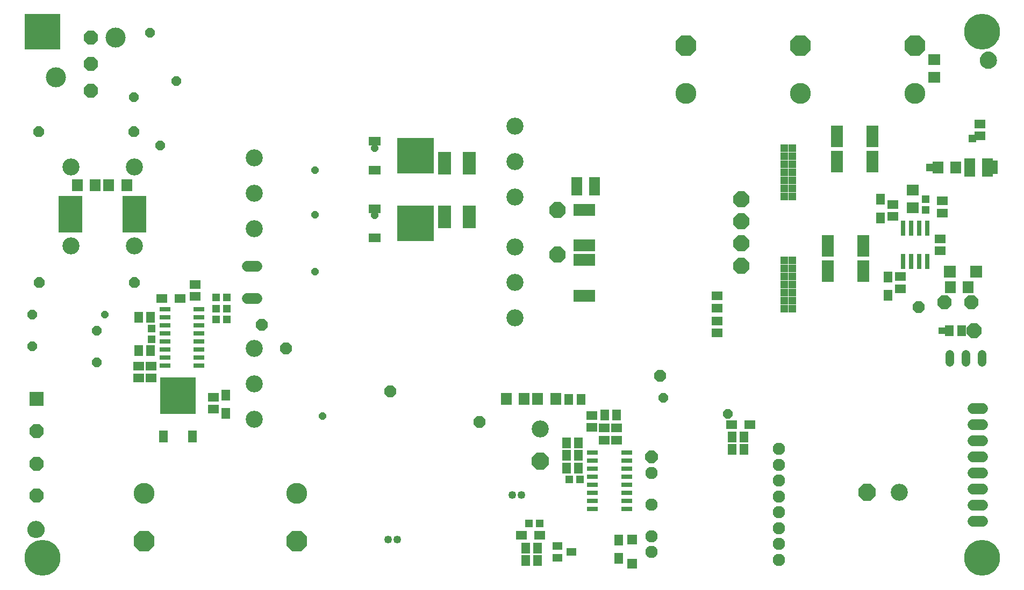
<source format=gbs>
G75*
%MOIN*%
%OFA0B0*%
%FSLAX25Y25*%
%IPPOS*%
%LPD*%
%AMOC8*
5,1,8,0,0,1.08239X$1,22.5*
%
%ADD10C,0.10600*%
%ADD11OC8,0.06600*%
%ADD12R,0.06899X0.07698*%
%ADD13OC8,0.08868*%
%ADD14C,0.12411*%
%ADD15OC8,0.06000*%
%ADD16R,0.14961X0.22835*%
%ADD17R,0.08868X0.08868*%
%ADD18C,0.00500*%
%ADD19R,0.04537X0.04931*%
%ADD20R,0.22254X0.23041*%
%ADD21R,0.05718X0.07293*%
%ADD22R,0.06506X0.05718*%
%ADD23R,0.05324X0.06506*%
%ADD24C,0.06600*%
%ADD25R,0.13198X0.07687*%
%ADD26R,0.23041X0.22254*%
%ADD27R,0.07293X0.05718*%
%ADD28R,0.06700X0.03000*%
%ADD29R,0.05718X0.06506*%
%ADD30R,0.04931X0.04537*%
%ADD31R,0.08080X0.13986*%
%ADD32R,0.07687X0.13198*%
%ADD33R,0.07687X0.06899*%
%ADD34R,0.06899X0.11230*%
%ADD35C,0.12962*%
%ADD36OC8,0.12962*%
%ADD37OC8,0.09200*%
%ADD38R,0.04143X0.04143*%
%ADD39OC8,0.07096*%
%ADD40R,0.06506X0.05324*%
%ADD41OC8,0.10600*%
%ADD42C,0.07687*%
%ADD43OC8,0.07687*%
%ADD44R,0.06112X0.06112*%
%ADD45R,0.06899X0.07687*%
%ADD46OC8,0.09899*%
%ADD47R,0.02962X0.09261*%
%ADD48R,0.07687X0.07293*%
%ADD49C,0.04931*%
%ADD50C,0.05400*%
%ADD51R,0.06112X0.04537*%
%ADD52OC8,0.04562*%
%ADD53R,0.22254X0.22254*%
%ADD54R,0.04562X0.04562*%
%ADD55C,0.22254*%
D10*
X0175085Y0112890D03*
X0175085Y0134890D03*
X0175085Y0156890D03*
X0100563Y0220378D03*
X0061193Y0220378D03*
X0061193Y0269591D03*
X0100563Y0269591D03*
X0175085Y0275000D03*
X0175085Y0253000D03*
X0175085Y0231000D03*
X0336503Y0219882D03*
X0336503Y0197882D03*
X0336503Y0175882D03*
X0352227Y0106843D03*
X0574977Y0067343D03*
X0336503Y0250685D03*
X0336503Y0272685D03*
X0336503Y0294685D03*
D11*
X0100328Y0291585D03*
X0041328Y0291585D03*
X0041578Y0197635D03*
X0100578Y0197635D03*
D12*
X0095877Y0258085D03*
X0084680Y0258085D03*
X0076377Y0258085D03*
X0065180Y0258085D03*
X0331129Y0125343D03*
X0342325Y0125343D03*
X0350629Y0125343D03*
X0361825Y0125343D03*
D13*
X0602959Y0185593D03*
X0619495Y0185593D03*
X0073683Y0316752D03*
X0073683Y0333287D03*
X0073683Y0349823D03*
X0039963Y0105520D03*
X0039963Y0085020D03*
X0039963Y0065520D03*
D14*
X0051833Y0325020D03*
X0088841Y0349823D03*
D15*
X0110278Y0352835D03*
X0126426Y0322850D03*
X0100278Y0312835D03*
X0116426Y0282850D03*
X0037227Y0177843D03*
X0037227Y0158093D03*
X0077227Y0167843D03*
X0077227Y0148093D03*
X0428727Y0126093D03*
X0468727Y0116093D03*
D16*
X0100528Y0240085D03*
X0061028Y0240085D03*
D17*
X0039963Y0125520D03*
D18*
X0039570Y0049339D02*
X0038701Y0049263D01*
X0037859Y0049037D01*
X0037070Y0048669D01*
X0036356Y0048169D01*
X0035739Y0047553D01*
X0035239Y0046839D01*
X0034871Y0046049D01*
X0034646Y0045207D01*
X0034570Y0044339D01*
X0034646Y0043470D01*
X0034871Y0042628D01*
X0035239Y0041839D01*
X0035739Y0041125D01*
X0036356Y0040508D01*
X0037070Y0040008D01*
X0037859Y0039640D01*
X0038701Y0039415D01*
X0039570Y0039339D01*
X0040438Y0039415D01*
X0041280Y0039640D01*
X0042070Y0040008D01*
X0042783Y0040508D01*
X0043400Y0041125D01*
X0043900Y0041839D01*
X0044268Y0042628D01*
X0044494Y0043470D01*
X0044570Y0044339D01*
X0044494Y0045207D01*
X0044268Y0046049D01*
X0043900Y0046839D01*
X0043400Y0047553D01*
X0042783Y0048169D01*
X0042070Y0048669D01*
X0041280Y0049037D01*
X0040438Y0049263D01*
X0039570Y0049339D01*
X0040545Y0049234D02*
X0038594Y0049234D01*
X0037212Y0048735D02*
X0041927Y0048735D01*
X0042686Y0048237D02*
X0036453Y0048237D01*
X0035925Y0047738D02*
X0043214Y0047738D01*
X0043619Y0047240D02*
X0035520Y0047240D01*
X0035194Y0046741D02*
X0043945Y0046741D01*
X0044177Y0046243D02*
X0034962Y0046243D01*
X0034790Y0045744D02*
X0044350Y0045744D01*
X0044483Y0045246D02*
X0034656Y0045246D01*
X0034605Y0044747D02*
X0044534Y0044747D01*
X0044562Y0044249D02*
X0034577Y0044249D01*
X0034621Y0043750D02*
X0044518Y0043750D01*
X0044435Y0043252D02*
X0034704Y0043252D01*
X0034838Y0042753D02*
X0044301Y0042753D01*
X0044094Y0042255D02*
X0035045Y0042255D01*
X0035297Y0041756D02*
X0043842Y0041756D01*
X0043493Y0041258D02*
X0035646Y0041258D01*
X0036105Y0040759D02*
X0043034Y0040759D01*
X0042430Y0040261D02*
X0036709Y0040261D01*
X0037598Y0039762D02*
X0041541Y0039762D01*
X0625791Y0333177D02*
X0625422Y0333967D01*
X0625197Y0334809D01*
X0625121Y0335677D01*
X0625197Y0336545D01*
X0625422Y0337387D01*
X0625791Y0338177D01*
X0626291Y0338891D01*
X0626907Y0339507D01*
X0627621Y0340007D01*
X0628411Y0340376D01*
X0629252Y0340601D01*
X0630121Y0340677D01*
X0630989Y0340601D01*
X0631831Y0340376D01*
X0632621Y0340007D01*
X0633335Y0339507D01*
X0633951Y0338891D01*
X0634451Y0338177D01*
X0634819Y0337387D01*
X0635045Y0336545D01*
X0635121Y0335677D01*
X0635045Y0334809D01*
X0634819Y0333967D01*
X0634451Y0333177D01*
X0633951Y0332463D01*
X0633335Y0331847D01*
X0632621Y0331347D01*
X0631831Y0330979D01*
X0630989Y0330753D01*
X0630121Y0330677D01*
X0629252Y0330753D01*
X0628411Y0330979D01*
X0627621Y0331347D01*
X0626907Y0331847D01*
X0626291Y0332463D01*
X0625791Y0333177D01*
X0625694Y0333385D02*
X0634548Y0333385D01*
X0634780Y0333884D02*
X0625461Y0333884D01*
X0625311Y0334382D02*
X0634930Y0334382D01*
X0635051Y0334881D02*
X0625190Y0334881D01*
X0625147Y0335379D02*
X0635095Y0335379D01*
X0635103Y0335878D02*
X0625138Y0335878D01*
X0625182Y0336376D02*
X0635060Y0336376D01*
X0634956Y0336875D02*
X0625285Y0336875D01*
X0625419Y0337373D02*
X0634823Y0337373D01*
X0634593Y0337872D02*
X0625648Y0337872D01*
X0625926Y0338370D02*
X0634316Y0338370D01*
X0633966Y0338869D02*
X0626275Y0338869D01*
X0626767Y0339367D02*
X0633475Y0339367D01*
X0632823Y0339866D02*
X0627419Y0339866D01*
X0628387Y0340364D02*
X0631855Y0340364D01*
X0634248Y0332887D02*
X0625994Y0332887D01*
X0626365Y0332388D02*
X0633876Y0332388D01*
X0633377Y0331890D02*
X0626864Y0331890D01*
X0627558Y0331391D02*
X0632684Y0331391D01*
X0631510Y0330893D02*
X0628731Y0330893D01*
D19*
X0591227Y0249439D03*
X0591227Y0242746D03*
X0111227Y0169189D03*
X0111227Y0162496D03*
D20*
X0127727Y0127333D03*
D21*
X0118731Y0101978D03*
X0136723Y0101978D03*
D22*
X0149477Y0119102D03*
X0149477Y0126583D03*
X0110977Y0138352D03*
X0103227Y0138352D03*
X0103227Y0145833D03*
X0110977Y0145833D03*
X0138227Y0189102D03*
X0138227Y0196583D03*
X0384227Y0115083D03*
X0384227Y0107602D03*
X0391977Y0107333D03*
X0399727Y0107333D03*
X0399727Y0099852D03*
X0391977Y0099852D03*
X0461977Y0166352D03*
X0461977Y0173833D03*
X0461977Y0181852D03*
X0461977Y0189333D03*
X0570977Y0238602D03*
X0570977Y0246083D03*
X0601727Y0248333D03*
X0601727Y0240852D03*
X0600227Y0224833D03*
X0600227Y0217352D03*
X0575477Y0201333D03*
X0575477Y0193852D03*
X0624977Y0288602D03*
X0624977Y0296083D03*
D23*
X0563227Y0249301D03*
X0563227Y0237884D03*
X0567977Y0201051D03*
X0567977Y0189634D03*
X0400977Y0037801D03*
X0400977Y0026384D03*
X0157227Y0116384D03*
X0157227Y0127801D03*
D24*
X0170585Y0187882D02*
X0176585Y0187882D01*
X0176585Y0207882D02*
X0170585Y0207882D01*
X0620727Y0119593D02*
X0626727Y0119593D01*
X0626727Y0109593D02*
X0620727Y0109593D01*
X0620727Y0099593D02*
X0626727Y0099593D01*
X0626727Y0089593D02*
X0620727Y0089593D01*
X0620727Y0079593D02*
X0626727Y0079593D01*
X0626727Y0069593D02*
X0620727Y0069593D01*
X0620727Y0059593D02*
X0626727Y0059593D01*
X0626727Y0049593D02*
X0620727Y0049593D01*
D25*
X0379727Y0189569D03*
X0379727Y0211616D03*
X0379727Y0220819D03*
X0379727Y0242866D03*
D26*
X0274967Y0234343D03*
X0274967Y0276343D03*
D27*
X0249613Y0285339D03*
X0249613Y0267346D03*
X0249613Y0243339D03*
X0249613Y0225346D03*
D28*
X0140677Y0181243D03*
X0140677Y0176243D03*
X0140677Y0171243D03*
X0140677Y0166243D03*
X0140677Y0161243D03*
X0140677Y0156243D03*
X0140677Y0151243D03*
X0140677Y0146243D03*
X0119477Y0146243D03*
X0119477Y0151243D03*
X0119477Y0156243D03*
X0119477Y0161243D03*
X0119477Y0166243D03*
X0119477Y0171243D03*
X0119477Y0176243D03*
X0119477Y0181243D03*
X0384627Y0092093D03*
X0384627Y0087093D03*
X0384627Y0082093D03*
X0384627Y0077093D03*
X0384627Y0072093D03*
X0384627Y0067093D03*
X0384627Y0062093D03*
X0384627Y0057093D03*
X0405827Y0057093D03*
X0405827Y0062093D03*
X0405827Y0067093D03*
X0405827Y0072093D03*
X0405827Y0077093D03*
X0405827Y0082093D03*
X0405827Y0087093D03*
X0405827Y0092093D03*
D29*
X0375967Y0090343D03*
X0368487Y0090343D03*
X0368487Y0098093D03*
X0375967Y0098093D03*
X0375967Y0082593D03*
X0368487Y0082593D03*
X0392237Y0115343D03*
X0399717Y0115343D03*
X0377467Y0125093D03*
X0369987Y0125093D03*
X0471237Y0101843D03*
X0478717Y0101843D03*
X0478717Y0094093D03*
X0471237Y0094093D03*
X0350717Y0032843D03*
X0343237Y0032843D03*
X0343237Y0025093D03*
X0350717Y0025093D03*
X0110717Y0155593D03*
X0103237Y0155593D03*
X0103237Y0176093D03*
X0110717Y0176093D03*
X0605987Y0167843D03*
X0613467Y0167843D03*
D30*
X0377073Y0075343D03*
X0370381Y0075343D03*
X0352073Y0048093D03*
X0345381Y0048093D03*
X0157823Y0174843D03*
X0151131Y0174843D03*
X0151131Y0181593D03*
X0157823Y0181593D03*
X0157823Y0188343D03*
X0151131Y0188343D03*
D31*
X0293050Y0238343D03*
X0308404Y0238343D03*
X0308404Y0271843D03*
X0293050Y0271843D03*
D32*
X0530703Y0220343D03*
X0530703Y0204843D03*
X0552751Y0204843D03*
X0552751Y0220343D03*
X0558251Y0272843D03*
X0536203Y0272843D03*
X0536203Y0288593D03*
X0558251Y0288593D03*
D33*
X0583227Y0255104D03*
X0583227Y0244081D03*
X0596727Y0325081D03*
X0596727Y0336104D03*
D34*
X0618465Y0269093D03*
X0629489Y0269093D03*
X0385989Y0257593D03*
X0374965Y0257593D03*
D35*
X0442477Y0315079D03*
X0513477Y0315079D03*
X0584477Y0315079D03*
X0201227Y0066606D03*
X0106727Y0066606D03*
D36*
X0106727Y0037079D03*
X0201227Y0037079D03*
X0442477Y0344606D03*
X0513477Y0344606D03*
X0584477Y0344606D03*
D37*
X0621227Y0167843D03*
D38*
X0601227Y0167843D03*
D39*
X0586977Y0182343D03*
X0426727Y0139843D03*
X0314727Y0111093D03*
X0259227Y0130093D03*
X0194727Y0156843D03*
X0179469Y0171291D03*
D40*
X0128936Y0187843D03*
X0117518Y0187843D03*
X0340518Y0040843D03*
X0351936Y0040843D03*
X0470768Y0109343D03*
X0482186Y0109343D03*
D41*
X0554977Y0067343D03*
X0352227Y0086843D03*
D42*
X0421357Y0079578D03*
X0421357Y0059893D03*
X0421357Y0040207D03*
X0421357Y0030365D03*
X0500097Y0035286D03*
X0500097Y0025444D03*
X0500097Y0045129D03*
X0500097Y0054971D03*
X0500097Y0064814D03*
X0500097Y0074656D03*
X0500097Y0084499D03*
X0500097Y0094341D03*
D43*
X0421357Y0089420D03*
D44*
X0409227Y0038073D03*
X0409227Y0023112D03*
D45*
X0606465Y0194843D03*
X0617489Y0194843D03*
X0609989Y0269093D03*
X0598965Y0269093D03*
D46*
X0477014Y0249575D03*
X0477014Y0235795D03*
X0477014Y0222016D03*
X0477014Y0208236D03*
X0362841Y0215126D03*
X0362841Y0242685D03*
D47*
X0577227Y0231329D03*
X0582227Y0231329D03*
X0587227Y0231329D03*
X0592227Y0231329D03*
X0592227Y0210856D03*
X0587227Y0210856D03*
X0582227Y0210856D03*
X0577227Y0210856D03*
D48*
X0606406Y0204343D03*
X0622548Y0204343D03*
D49*
X0340680Y0065843D03*
X0334774Y0065843D03*
X0263680Y0038093D03*
X0257774Y0038093D03*
D50*
X0606227Y0148193D02*
X0606227Y0152993D01*
X0616227Y0152993D02*
X0616227Y0148193D01*
X0626227Y0148193D02*
X0626227Y0152993D01*
D51*
X0371558Y0030343D03*
X0362896Y0034083D03*
X0362896Y0026602D03*
D52*
X0217227Y0114843D03*
X0082227Y0177843D03*
X0212727Y0204343D03*
X0212727Y0239843D03*
X0249477Y0239593D03*
X0212727Y0267593D03*
X0249727Y0281093D03*
D53*
X0043507Y0353394D03*
D54*
X0503477Y0281093D03*
X0508477Y0281093D03*
X0508477Y0276093D03*
X0503477Y0276093D03*
X0503477Y0271093D03*
X0508477Y0271093D03*
X0508477Y0266093D03*
X0503477Y0266093D03*
X0503477Y0261093D03*
X0508477Y0261093D03*
X0508477Y0256093D03*
X0503477Y0256093D03*
X0503477Y0251093D03*
X0508477Y0251093D03*
X0508727Y0211343D03*
X0503727Y0211343D03*
X0503727Y0206343D03*
X0508727Y0206343D03*
X0508727Y0201343D03*
X0503727Y0201343D03*
X0503727Y0196343D03*
X0508727Y0196343D03*
X0508727Y0191343D03*
X0503727Y0191343D03*
X0503727Y0186343D03*
X0508727Y0186343D03*
X0508727Y0181343D03*
X0503727Y0181343D03*
X0593977Y0269093D03*
X0620227Y0287093D03*
X0633727Y0271093D03*
X0633727Y0267343D03*
D55*
X0043507Y0026622D03*
X0626184Y0026622D03*
X0626184Y0353394D03*
M02*

</source>
